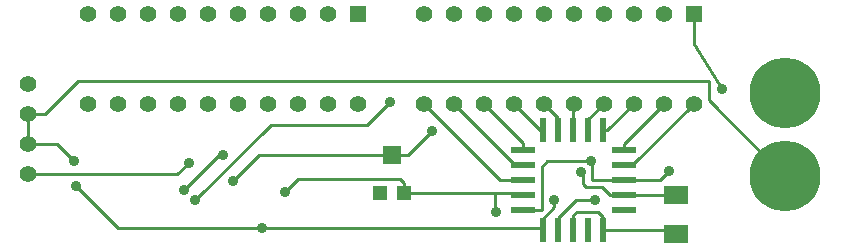
<source format=gtl>
G04 (created by PCBNEW (2013-may-18)-stable) date Thu Jun 15 09:17:52 2017*
%MOIN*%
G04 Gerber Fmt 3.4, Leading zero omitted, Abs format*
%FSLAX34Y34*%
G01*
G70*
G90*
G04 APERTURE LIST*
%ADD10C,0.00590551*%
%ADD11R,0.08X0.06*%
%ADD12C,0.23622*%
%ADD13R,0.0472441X0.0472441*%
%ADD14R,0.0629921X0.0590551*%
%ADD15R,0.0787402X0.023622*%
%ADD16R,0.023622X0.0787402*%
%ADD17R,0.055X0.055*%
%ADD18C,0.055*%
%ADD19C,0.035*%
%ADD20C,0.01*%
G04 APERTURE END LIST*
G54D10*
G54D11*
X31338Y-12953D03*
X31338Y-11653D03*
G54D12*
X35000Y-11003D03*
X35000Y-8248D03*
G54D13*
X21496Y-11594D03*
X22283Y-11594D03*
G54D14*
X21889Y-10314D03*
G54D15*
X26259Y-11161D03*
X26259Y-11661D03*
X26259Y-12161D03*
X26259Y-10661D03*
X26259Y-10161D03*
X29606Y-12161D03*
X29606Y-11661D03*
X29606Y-11161D03*
X29606Y-10661D03*
X29606Y-10161D03*
G54D16*
X26933Y-12834D03*
X27433Y-12834D03*
X27933Y-12834D03*
X28433Y-12834D03*
X28933Y-12834D03*
X28933Y-9488D03*
X28433Y-9488D03*
X27933Y-9488D03*
X27433Y-9488D03*
X26933Y-9488D03*
G54D17*
X20740Y-5606D03*
G54D18*
X19740Y-5606D03*
X18740Y-5606D03*
X17740Y-5606D03*
X16740Y-5606D03*
X15740Y-5606D03*
X14740Y-5606D03*
X13740Y-5606D03*
X12740Y-5606D03*
X11740Y-5606D03*
X11740Y-8606D03*
X12740Y-8606D03*
X13740Y-8606D03*
X14740Y-8606D03*
X15740Y-8606D03*
X16740Y-8606D03*
X17740Y-8606D03*
X18740Y-8606D03*
X19740Y-8606D03*
X20740Y-8606D03*
G54D17*
X31940Y-5606D03*
G54D18*
X30940Y-5606D03*
X29940Y-5606D03*
X28940Y-5606D03*
X27940Y-5606D03*
X26940Y-5606D03*
X25940Y-5606D03*
X24940Y-5606D03*
X23940Y-5606D03*
X22940Y-5606D03*
X22940Y-8606D03*
X23940Y-8606D03*
X24940Y-8606D03*
X25940Y-8606D03*
X26940Y-8606D03*
X27940Y-8606D03*
X28940Y-8606D03*
X29940Y-8606D03*
X30940Y-8606D03*
X31940Y-8606D03*
X9763Y-7964D03*
X9763Y-8964D03*
X9763Y-9952D03*
X9763Y-10952D03*
G54D19*
X28188Y-10885D03*
X23208Y-9527D03*
X14960Y-11496D03*
X16240Y-10334D03*
X16574Y-11181D03*
X25354Y-12224D03*
X18326Y-11535D03*
X15118Y-10570D03*
X21830Y-8543D03*
X15334Y-11830D03*
X28661Y-11830D03*
X31122Y-10866D03*
X28523Y-10531D03*
X32893Y-8110D03*
X27303Y-11830D03*
X17539Y-12755D03*
X11358Y-11358D03*
X11279Y-10511D03*
G54D20*
X29606Y-11661D02*
X29161Y-11661D01*
X28877Y-11377D02*
X28346Y-11377D01*
X29161Y-11661D02*
X28877Y-11377D01*
X28248Y-10944D02*
X28188Y-10885D01*
X28248Y-11279D02*
X28248Y-10944D01*
X28346Y-11377D02*
X28248Y-11279D01*
X22421Y-10314D02*
X21889Y-10314D01*
X23208Y-9527D02*
X22421Y-10314D01*
X29606Y-11661D02*
X31330Y-11661D01*
X31330Y-11661D02*
X31338Y-11653D01*
X14960Y-11496D02*
X16122Y-10334D01*
X16122Y-10334D02*
X16240Y-10334D01*
X16574Y-11181D02*
X17440Y-10314D01*
X17440Y-10314D02*
X21889Y-10314D01*
X26259Y-11161D02*
X25496Y-11161D01*
X25496Y-11161D02*
X22940Y-8606D01*
X29606Y-10661D02*
X29885Y-10661D01*
X29885Y-10661D02*
X31940Y-8606D01*
X26259Y-10661D02*
X25996Y-10661D01*
X25996Y-10661D02*
X23940Y-8606D01*
X26259Y-10161D02*
X26259Y-9925D01*
X26259Y-9925D02*
X24940Y-8606D01*
X26933Y-9488D02*
X26822Y-9488D01*
X26822Y-9488D02*
X25940Y-8606D01*
X27433Y-9488D02*
X27433Y-9098D01*
X27433Y-9098D02*
X26940Y-8606D01*
X27933Y-9488D02*
X27933Y-8614D01*
X27933Y-8614D02*
X27940Y-8606D01*
X28433Y-9488D02*
X28433Y-9114D01*
X28433Y-9114D02*
X28940Y-8606D01*
X28933Y-9488D02*
X29059Y-9488D01*
X29059Y-9488D02*
X29940Y-8606D01*
X29606Y-10161D02*
X29606Y-9940D01*
X29606Y-9940D02*
X30940Y-8606D01*
X25334Y-12204D02*
X25334Y-11594D01*
X25354Y-12224D02*
X25334Y-12204D01*
X22283Y-11594D02*
X22283Y-11240D01*
X18759Y-11102D02*
X18326Y-11535D01*
X22145Y-11102D02*
X18759Y-11102D01*
X22283Y-11240D02*
X22145Y-11102D01*
X22283Y-11594D02*
X25334Y-11594D01*
X25334Y-11594D02*
X26192Y-11594D01*
X26192Y-11594D02*
X26259Y-11661D01*
X15118Y-10570D02*
X14736Y-10952D01*
X14736Y-10952D02*
X9763Y-10952D01*
X21062Y-9311D02*
X21830Y-8543D01*
X17854Y-9311D02*
X21062Y-9311D01*
X15334Y-11830D02*
X17854Y-9311D01*
X27433Y-12834D02*
X27433Y-12409D01*
X28011Y-11830D02*
X28661Y-11830D01*
X27433Y-12409D02*
X28011Y-11830D01*
X28523Y-10531D02*
X27066Y-10531D01*
X26893Y-10704D02*
X26893Y-11295D01*
X27066Y-10531D02*
X26893Y-10704D01*
X26893Y-11295D02*
X26893Y-12161D01*
X26893Y-12161D02*
X26259Y-12161D01*
X30826Y-11161D02*
X29606Y-11161D01*
X31122Y-10866D02*
X30826Y-11161D01*
X31940Y-5606D02*
X31940Y-6625D01*
X28543Y-10551D02*
X28543Y-11161D01*
X28523Y-10531D02*
X28543Y-10551D01*
X31940Y-6625D02*
X32893Y-8110D01*
X29606Y-11161D02*
X28543Y-11161D01*
X35000Y-11003D02*
X34960Y-11003D01*
X11437Y-7854D02*
X10326Y-8964D01*
X10326Y-8964D02*
X9763Y-8964D01*
X32440Y-7854D02*
X11437Y-7854D01*
X32440Y-8484D02*
X32440Y-7854D01*
X34960Y-11003D02*
X32440Y-8484D01*
X26933Y-12834D02*
X26933Y-12437D01*
X26933Y-12437D02*
X27303Y-12066D01*
X27303Y-12066D02*
X27303Y-11830D01*
X17539Y-12755D02*
X26854Y-12755D01*
X26854Y-12755D02*
X26933Y-12834D01*
X9763Y-9952D02*
X10720Y-9952D01*
X12755Y-12755D02*
X17539Y-12755D01*
X11358Y-11358D02*
X12755Y-12755D01*
X10720Y-9952D02*
X11279Y-10511D01*
X9763Y-8964D02*
X9763Y-9952D01*
X27933Y-12834D02*
X27933Y-12322D01*
X28933Y-12377D02*
X28933Y-12834D01*
X28759Y-12204D02*
X28933Y-12377D01*
X28051Y-12204D02*
X28759Y-12204D01*
X27933Y-12322D02*
X28051Y-12204D01*
X28933Y-12834D02*
X31220Y-12834D01*
X31220Y-12834D02*
X31338Y-12953D01*
M02*

</source>
